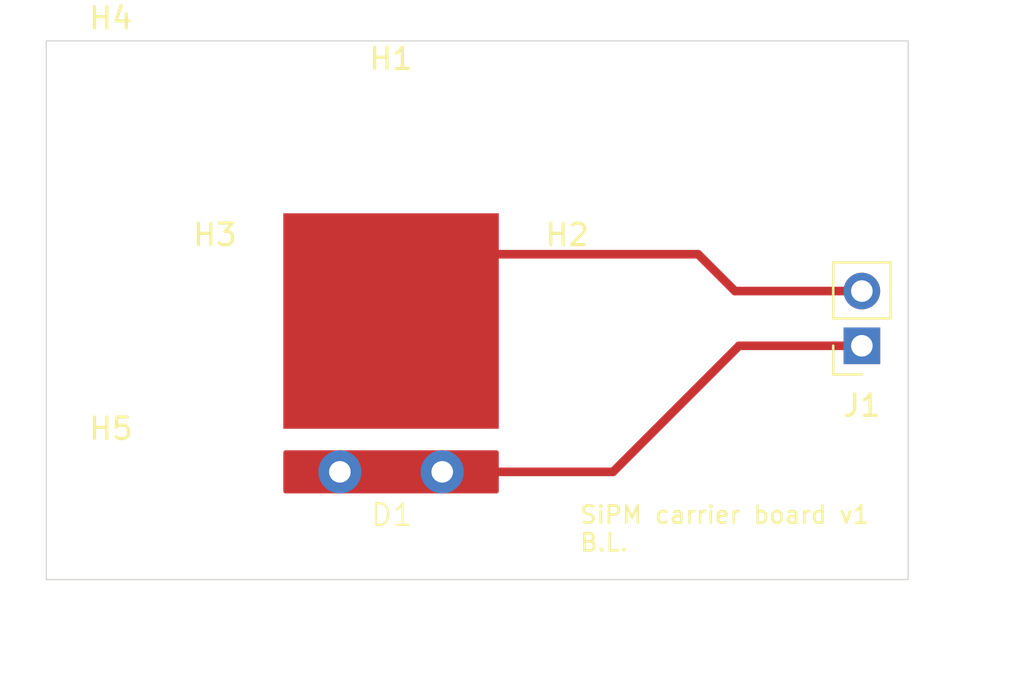
<source format=kicad_pcb>
(kicad_pcb (version 20240108) (generator "pcbnew") (generator_version "8.0")
  (layers (0 "F.Cu" signal) (31 "B.Cu" signal) (34 "B.Paste" user) (35 "F.Paste" user) (36 "B.SilkS" user "B.Silkscreen") (37 "F.SilkS" user "F.Silkscreen") (38 "B.Mask" user) (39 "F.Mask" user) (44 "Edge.Cuts" user))
  (net 0 "")
  (net 1 "/K")
  (net 2 "/A")
  (footprint "Connector_PinSocket_2.54mm:PinSocket_1x02_P2.54mm_Vertical" (layer "F.Cu") (at 137.85 94.15 180)
    (property "Reference" "J1" (at 0 -2.77 0) (layer "F.SilkS"))
    (property "Value" "Conn_01x02_Socket")
    (fp_line (start 1.33 1.27) (end 1.33 3.87) (stroke (width 0.12)) (layer "F.SilkS"))
    (fp_line (start 1.33 -1.33) (end 1.33 0) (stroke (width 0.12)) (layer "F.SilkS"))
    (fp_line (start 0 -1.33) (end 1.33 -1.33) (stroke (width 0.12)) (layer "F.SilkS"))
    (fp_line (start -1.33 3.87) (end 1.33 3.87) (stroke (width 0.12)) (layer "F.SilkS"))
    (fp_line (start -1.33 1.27) (end 1.33 1.27) (stroke (width 0.12)) (layer "F.SilkS"))
    (fp_line (start -1.33 1.27) (end -1.33 3.87) (stroke (width 0.12)) (layer "F.SilkS"))
    (pad "1" thru_hole rect (at 0 0 180) (size 1.7 1.7) (drill 1) (layers "*.Cu" "*.Mask") (net 2 "/A"))
    (pad "2" thru_hole oval (at 0 2.54 180) (size 1.7 1.7) (drill 1) (layers "*.Cu" "*.Mask") (net 1 "/K"))
  )
  (footprint "MountingHole:MountingHole_3mm" (layer "F.Cu") (at 103 102)
    (property "Reference" "H5" (at 0 -4 0) (layer "F.SilkS"))
    (property "Value" "MountingHole")
    (pad "" np_thru_hole circle (at 0 0) (size 3 3) (drill 3) (layers "*.Cu" "*.Mask"))
  )
  (footprint "MountingHole:MountingHole_3mm" (layer "F.Cu") (at 107.825 93)
    (property "Reference" "H3" (at 0 -4 0) (layer "F.SilkS"))
    (property "Value" "MountingHole")
    (pad "" np_thru_hole circle (at 0 0) (size 3 3) (drill 3) (layers "*.Cu" "*.Mask"))
  )
  (footprint "MountingHole:MountingHole_3mm" (layer "F.Cu") (at 124.175 93)
    (property "Reference" "H2" (at 0 -4 0) (layer "F.SilkS"))
    (property "Value" "MountingHole")
    (pad "" np_thru_hole circle (at 0 0) (size 3 3) (drill 3) (layers "*.Cu" "*.Mask"))
  )
  (footprint "Downloaded parts:SiPM" (layer "F.Cu") (at 116 93)
    (property "Reference" "D1" (at 0.03 9 0) (layer "F.SilkS") (effects (font (thickness 0.1))))
    (property "Value" "D")
    (pad "1" smd rect (at 0 0) (size 10 10) (layers "F.Cu" "F.Paste" "F.Mask") (net 1 "/K"))
    (pad "2" thru_hole circle (at -2.375 7) (size 2 2) (drill 1) (layers "*.Cu" "*.Mask") (net 2 "/A"))
    (pad "2" thru_hole circle (at 2.375 7) (size 2 2) (drill 1) (layers "*.Cu" "*.Mask") (net 2 "/A"))
  )
  (footprint "MountingHole:MountingHole_3mm" (layer "F.Cu") (at 116 84.825)
    (property "Reference" "H1" (at 0 -4 0) (layer "F.SilkS"))
    (property "Value" "MountingHole")
    (pad "" np_thru_hole circle (at 0 0) (size 3 3) (drill 3) (layers "*.Cu" "*.Mask"))
  )
  (footprint "MountingHole:MountingHole_3mm" (layer "F.Cu") (at 103 82.95)
    (property "Reference" "H4" (at 0 -4 0) (layer "F.SilkS"))
    (property "Value" "MountingHole")
    (pad "" np_thru_hole circle (at 0 0) (size 3 3) (drill 3) (layers "*.Cu" "*.Mask"))
  )
  (gr_rect (start 100 80) (end 140 105) (stroke (width 0.05)) (fill none) (layer "Edge.Cuts"))
  (gr_text "SiPM carrier board v1\nB.L." (at 124.7 103.75 0) (layer "F.SilkS") (effects (font (size 0.8 0.8) (thickness 0.125)) (justify left bottom)))
  (segment (start 131.96 91.61) (end 130.25 89.9) (width 0.4) (layer "F.Cu") (net 1))
  (segment (start 130.25 89.9) (end 119.1 89.9) (width 0.4) (layer "F.Cu") (net 1))
  (segment (start 119.1 89.9) (end 116 93) (width 0.4) (layer "F.Cu") (net 1))
  (segment (start 137.85 91.61) (end 131.96 91.61) (width 0.4) (layer "F.Cu") (net 1))
  (segment (start 126.3 100) (end 118.375 100) (width 0.4) (layer "F.Cu") (net 2))
  (segment (start 137.85 94.15) (end 132.15 94.15) (width 0.4) (layer "F.Cu") (net 2))
  (segment (start 132.15 94.15) (end 126.3 100) (width 0.4) (layer "F.Cu") (net 2))
  (zone (net 2) (net_name "/A") (layer "F.Cu") (connect_pads yes (clearance 0.2)) (min_thickness 0.2) (fill yes (thermal_gap 0.5) (thermal_bridge_width 0.5))
    (polygon (pts (xy 111 99) (xy 121 99) (xy 121 101) (xy 111 101)))
  )
)
</source>
